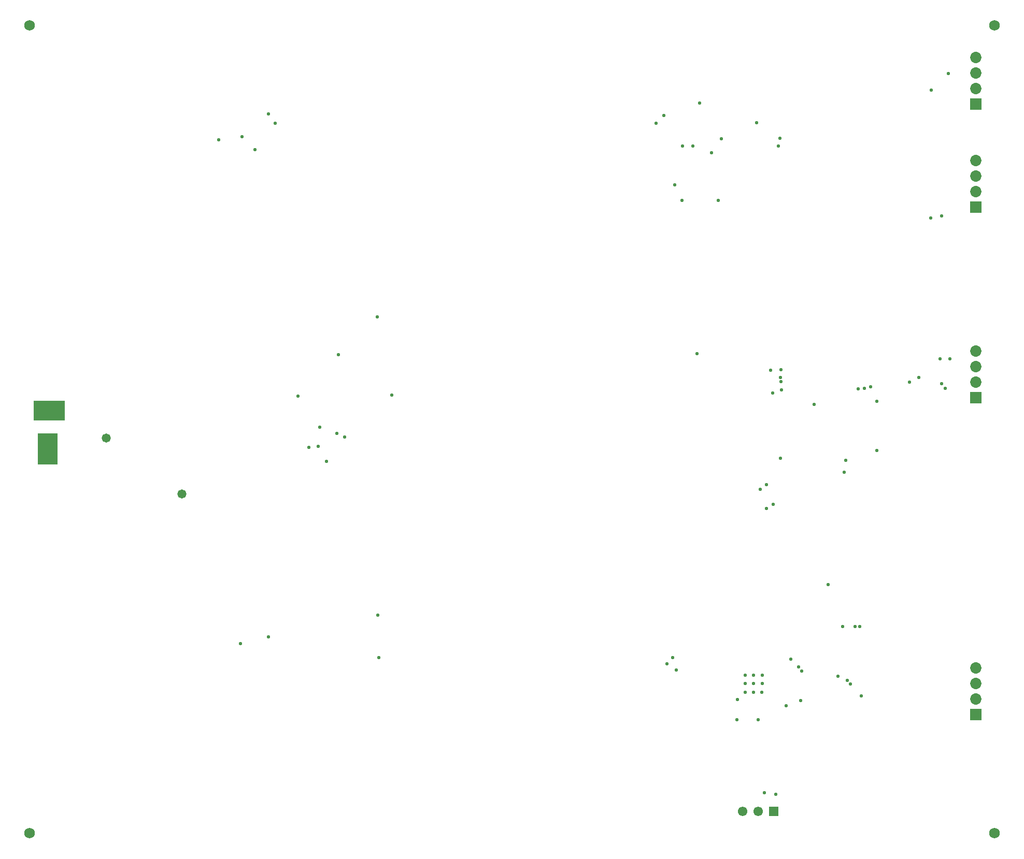
<source format=gbs>
G04*
G04 #@! TF.GenerationSoftware,Altium Limited,Altium Designer,24.9.1 (31)*
G04*
G04 Layer_Color=16711935*
%FSLAX25Y25*%
%MOIN*%
G70*
G04*
G04 #@! TF.SameCoordinates,8287A4C5-CB0D-4E90-9DB4-BFF006B876B5*
G04*
G04*
G04 #@! TF.FilePolarity,Negative*
G04*
G01*
G75*
%ADD95C,0.06800*%
%ADD96R,0.07296X0.07296*%
%ADD97C,0.07296*%
%ADD98R,0.20485X0.12611*%
%ADD99R,0.12611X0.20485*%
%ADD100C,0.06102*%
%ADD101R,0.06102X0.06102*%
%ADD102C,0.05800*%
%ADD103C,0.02300*%
D95*
X715000Y57500D02*
D03*
X94500D02*
D03*
X715000Y577500D02*
D03*
X94500D02*
D03*
D96*
X703000Y460500D02*
D03*
Y527000D02*
D03*
Y134000D02*
D03*
X703000Y338000D02*
D03*
D97*
X703000Y470500D02*
D03*
Y480500D02*
D03*
Y490500D02*
D03*
Y537000D02*
D03*
Y547000D02*
D03*
Y557000D02*
D03*
Y164000D02*
D03*
Y154000D02*
D03*
Y144000D02*
D03*
X703000Y348000D02*
D03*
Y358000D02*
D03*
Y368000D02*
D03*
D98*
X107000Y329500D02*
D03*
D99*
X106000Y305000D02*
D03*
D100*
X553000Y71500D02*
D03*
X563000D02*
D03*
D101*
X573000D02*
D03*
D102*
X192500Y276000D02*
D03*
X143661Y311839D02*
D03*
D103*
X549780Y143500D02*
D03*
X549500Y130500D02*
D03*
X554583Y159327D02*
D03*
X565606D02*
D03*
X560094Y153815D02*
D03*
Y148303D02*
D03*
Y159327D02*
D03*
X554583Y148303D02*
D03*
X565500D02*
D03*
X554583Y153815D02*
D03*
X565606D02*
D03*
X318500Y198000D02*
D03*
X319000Y170500D02*
D03*
X230000Y179500D02*
D03*
X248000Y184000D02*
D03*
X577500Y299000D02*
D03*
X599000Y333500D02*
D03*
X572500Y341000D02*
D03*
X571000Y355500D02*
D03*
X281000Y319000D02*
D03*
X674500Y536000D02*
D03*
X685500Y546500D02*
D03*
X681000Y455000D02*
D03*
X674000Y453500D02*
D03*
X686500Y363000D02*
D03*
X680000D02*
D03*
X683500Y344000D02*
D03*
X681000Y347000D02*
D03*
X625500Y190500D02*
D03*
X628500D02*
D03*
X629500Y146000D02*
D03*
X620553Y156053D02*
D03*
X622250Y153750D02*
D03*
X608000Y217500D02*
D03*
X584000Y169500D02*
D03*
X581186Y139500D02*
D03*
X590500Y143000D02*
D03*
X504500Y166500D02*
D03*
X568500Y282000D02*
D03*
X627500Y343500D02*
D03*
X617500Y190500D02*
D03*
X589000Y164500D02*
D03*
X639500Y304000D02*
D03*
Y335500D02*
D03*
X563000Y130500D02*
D03*
X591000Y162000D02*
D03*
X572841Y269158D02*
D03*
X614500Y158500D02*
D03*
X568500Y266500D02*
D03*
X564500Y279000D02*
D03*
X577911Y355823D02*
D03*
X577500Y351000D02*
D03*
X577911Y348175D02*
D03*
X576000Y500000D02*
D03*
X577000Y505000D02*
D03*
X510500Y162500D02*
D03*
X508000Y170500D02*
D03*
X618500Y290000D02*
D03*
X635500Y345000D02*
D03*
X631500Y344000D02*
D03*
X619500Y297500D02*
D03*
X509500Y475000D02*
D03*
X523890Y366390D02*
D03*
X574500Y82500D02*
D03*
X567000Y83500D02*
D03*
X666500Y351000D02*
D03*
X660500Y348000D02*
D03*
X578000Y343013D02*
D03*
X327500Y339617D02*
D03*
X318000Y390000D02*
D03*
X267000Y339000D02*
D03*
X274000Y306000D02*
D03*
X292000Y315000D02*
D03*
X297000Y312500D02*
D03*
X285500Y297000D02*
D03*
X280000Y306500D02*
D03*
X293000Y365500D02*
D03*
X537500Y465000D02*
D03*
X514000D02*
D03*
X533000Y495500D02*
D03*
X539500Y504500D02*
D03*
X525500Y527500D02*
D03*
X562000Y515000D02*
D03*
X514500Y500000D02*
D03*
X521000D02*
D03*
X502500Y519500D02*
D03*
X497500Y514500D02*
D03*
X239500Y497500D02*
D03*
X248000Y520500D02*
D03*
X252500Y514500D02*
D03*
X231000Y506000D02*
D03*
X216000Y504000D02*
D03*
M02*

</source>
